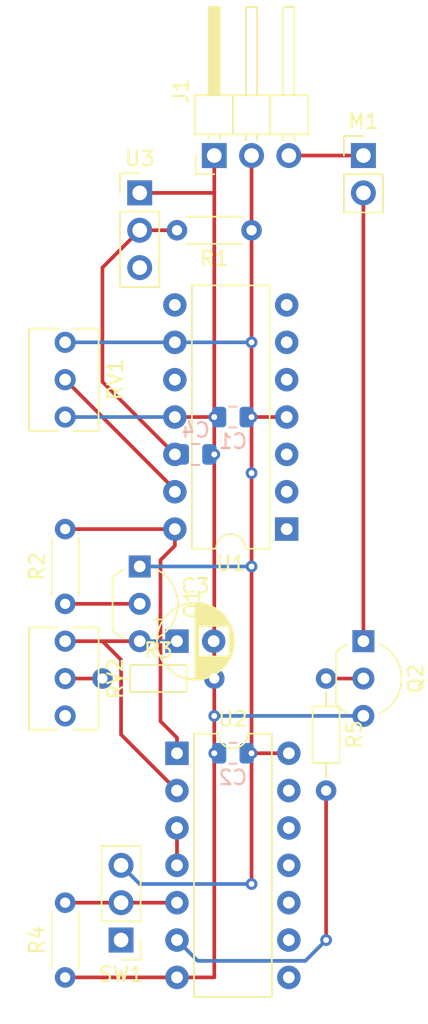
<source format=kicad_pcb>
(kicad_pcb (version 20171130) (host pcbnew "(5.0.0)")

  (general
    (thickness 1.6)
    (drawings 0)
    (tracks 74)
    (zones 0)
    (modules 19)
    (nets 20)
  )

  (page A4)
  (title_block
    (title "operational-fanifier – This blows!")
    (date 2019-02-24)
    (rev 0.1.0)
    (company nabijaczleweli)
  )

  (layers
    (0 F.Cu signal)
    (31 B.Cu signal)
    (32 B.Adhes user)
    (33 F.Adhes user)
    (34 B.Paste user)
    (35 F.Paste user)
    (36 B.SilkS user)
    (37 F.SilkS user)
    (38 B.Mask user)
    (39 F.Mask user)
    (40 Dwgs.User user)
    (41 Cmts.User user)
    (42 Eco1.User user)
    (43 Eco2.User user)
    (44 Edge.Cuts user)
    (45 Margin user)
    (46 B.CrtYd user)
    (47 F.CrtYd user)
    (48 B.Fab user)
    (49 F.Fab user)
  )

  (setup
    (last_trace_width 0.25)
    (trace_clearance 0.2)
    (zone_clearance 0.508)
    (zone_45_only no)
    (trace_min 0.2)
    (segment_width 0.2)
    (edge_width 0.15)
    (via_size 0.8)
    (via_drill 0.4)
    (via_min_size 0.4)
    (via_min_drill 0.3)
    (uvia_size 0.3)
    (uvia_drill 0.1)
    (uvias_allowed no)
    (uvia_min_size 0.2)
    (uvia_min_drill 0.1)
    (pcb_text_width 0.3)
    (pcb_text_size 1.5 1.5)
    (mod_edge_width 0.15)
    (mod_text_size 1 1)
    (mod_text_width 0.15)
    (pad_size 1.15 1.4)
    (pad_drill 0)
    (pad_to_mask_clearance 0.2)
    (aux_axis_origin 0 0)
    (visible_elements 7FFFFFFF)
    (pcbplotparams
      (layerselection 0x010fc_ffffffff)
      (usegerberextensions false)
      (usegerberattributes false)
      (usegerberadvancedattributes false)
      (creategerberjobfile false)
      (excludeedgelayer true)
      (linewidth 0.100000)
      (plotframeref false)
      (viasonmask false)
      (mode 1)
      (useauxorigin false)
      (hpglpennumber 1)
      (hpglpenspeed 20)
      (hpglpendiameter 15.000000)
      (psnegative false)
      (psa4output false)
      (plotreference true)
      (plotvalue true)
      (plotinvisibletext false)
      (padsonsilk false)
      (subtractmaskfromsilk false)
      (outputformat 1)
      (mirror false)
      (drillshape 1)
      (scaleselection 1)
      (outputdirectory "p:/Embedded/operational-fanifier/pictures/"))
  )

  (net 0 "")
  (net 1 "Net-(C3-Pad1)")
  (net 2 GND)
  (net 3 "Net-(Q1-Pad2)")
  (net 4 +5V)
  (net 5 +12V)
  (net 6 "Net-(Q2-Pad2)")
  (net 7 "Net-(R2-Pad2)")
  (net 8 "Net-(R3-Pad1)")
  (net 9 "Net-(R4-Pad2)")
  (net 10 "Net-(R5-Pad2)")
  (net 11 "Net-(RV1-Pad2)")
  (net 12 "Net-(RV2-Pad1)")
  (net 13 "Net-(SW1-Pad1)")
  (net 14 "Net-(U2-Pad3)")
  (net 15 "Net-(U3-Pad3)")
  (net 16 "Net-(C4-Pad2)")
  (net 17 "Net-(U1-Pad8)")
  (net 18 "Net-(U1-Pad10)")
  (net 19 "Net-(M1-Pad2)")

  (net_class Default "This is the default net class."
    (clearance 0.2)
    (trace_width 0.25)
    (via_dia 0.8)
    (via_drill 0.4)
    (uvia_dia 0.3)
    (uvia_drill 0.1)
    (add_net +12V)
    (add_net +5V)
    (add_net GND)
    (add_net "Net-(C3-Pad1)")
    (add_net "Net-(C4-Pad2)")
    (add_net "Net-(M1-Pad2)")
    (add_net "Net-(Q1-Pad2)")
    (add_net "Net-(Q2-Pad2)")
    (add_net "Net-(R2-Pad2)")
    (add_net "Net-(R3-Pad1)")
    (add_net "Net-(R4-Pad2)")
    (add_net "Net-(R5-Pad2)")
    (add_net "Net-(RV1-Pad2)")
    (add_net "Net-(RV2-Pad1)")
    (add_net "Net-(SW1-Pad1)")
    (add_net "Net-(U1-Pad10)")
    (add_net "Net-(U1-Pad8)")
    (add_net "Net-(U2-Pad3)")
    (add_net "Net-(U3-Pad3)")
  )

  (module Package_TO_SOT_THT:TO-92_Inline_Wide (layer F.Cu) (tedit 5A02FF81) (tstamp 5C7992F9)
    (at 158.75 58.42 270)
    (descr "TO-92 leads in-line, wide, drill 0.75mm (see NXP sot054_po.pdf)")
    (tags "to-92 sc-43 sc-43a sot54 PA33 transistor")
    (path /5C6E3FE9)
    (fp_text reference Q2 (at 2.54 -3.56 270) (layer F.SilkS)
      (effects (font (size 1 1) (thickness 0.15)))
    )
    (fp_text value BC337 (at 2.54 2.79 270) (layer F.Fab)
      (effects (font (size 1 1) (thickness 0.15)))
    )
    (fp_arc (start 2.54 0) (end 4.34 1.85) (angle -20) (layer F.SilkS) (width 0.12))
    (fp_arc (start 2.54 0) (end 2.54 -2.48) (angle -135) (layer F.Fab) (width 0.1))
    (fp_arc (start 2.54 0) (end 2.54 -2.48) (angle 135) (layer F.Fab) (width 0.1))
    (fp_arc (start 2.54 0) (end 2.54 -2.6) (angle 65) (layer F.SilkS) (width 0.12))
    (fp_arc (start 2.54 0) (end 2.54 -2.6) (angle -65) (layer F.SilkS) (width 0.12))
    (fp_arc (start 2.54 0) (end 0.74 1.85) (angle 20) (layer F.SilkS) (width 0.12))
    (fp_line (start 6.09 2.01) (end -1.01 2.01) (layer F.CrtYd) (width 0.05))
    (fp_line (start 6.09 2.01) (end 6.09 -2.73) (layer F.CrtYd) (width 0.05))
    (fp_line (start -1.01 -2.73) (end -1.01 2.01) (layer F.CrtYd) (width 0.05))
    (fp_line (start -1.01 -2.73) (end 6.09 -2.73) (layer F.CrtYd) (width 0.05))
    (fp_line (start 0.8 1.75) (end 4.3 1.75) (layer F.Fab) (width 0.1))
    (fp_line (start 0.74 1.85) (end 4.34 1.85) (layer F.SilkS) (width 0.12))
    (fp_text user %R (at 2.54 -3.56 270) (layer F.Fab)
      (effects (font (size 1 1) (thickness 0.15)))
    )
    (pad 1 thru_hole rect (at 0 0) (size 1.5 1.5) (drill 0.8) (layers *.Cu *.Mask)
      (net 19 "Net-(M1-Pad2)"))
    (pad 3 thru_hole circle (at 5.08 0) (size 1.5 1.5) (drill 0.8) (layers *.Cu *.Mask)
      (net 2 GND))
    (pad 2 thru_hole circle (at 2.54 0) (size 1.5 1.5) (drill 0.8) (layers *.Cu *.Mask)
      (net 6 "Net-(Q2-Pad2)"))
    (model ${KISYS3DMOD}/Package_TO_SOT_THT.3dshapes/TO-92_Inline_Wide.wrl
      (at (xyz 0 0 0))
      (scale (xyz 1 1 1))
      (rotate (xyz 0 0 0))
    )
  )

  (module Package_DIP:DIP-14_W7.62mm (layer F.Cu) (tedit 5A02E8C5) (tstamp 5C8A16C7)
    (at 146.05 66.04)
    (descr "14-lead though-hole mounted DIP package, row spacing 7.62 mm (300 mils)")
    (tags "THT DIP DIL PDIP 2.54mm 7.62mm 300mil")
    (path /5C6DFAFB)
    (fp_text reference U2 (at 3.81 -2.33) (layer F.SilkS)
      (effects (font (size 1 1) (thickness 0.15)))
    )
    (fp_text value 74HC32 (at 3.81 17.57) (layer F.Fab)
      (effects (font (size 1 1) (thickness 0.15)))
    )
    (fp_text user %R (at 3.81 7.62) (layer F.Fab)
      (effects (font (size 1 1) (thickness 0.15)))
    )
    (fp_line (start 8.7 -1.55) (end -1.1 -1.55) (layer F.CrtYd) (width 0.05))
    (fp_line (start 8.7 16.8) (end 8.7 -1.55) (layer F.CrtYd) (width 0.05))
    (fp_line (start -1.1 16.8) (end 8.7 16.8) (layer F.CrtYd) (width 0.05))
    (fp_line (start -1.1 -1.55) (end -1.1 16.8) (layer F.CrtYd) (width 0.05))
    (fp_line (start 6.46 -1.33) (end 4.81 -1.33) (layer F.SilkS) (width 0.12))
    (fp_line (start 6.46 16.57) (end 6.46 -1.33) (layer F.SilkS) (width 0.12))
    (fp_line (start 1.16 16.57) (end 6.46 16.57) (layer F.SilkS) (width 0.12))
    (fp_line (start 1.16 -1.33) (end 1.16 16.57) (layer F.SilkS) (width 0.12))
    (fp_line (start 2.81 -1.33) (end 1.16 -1.33) (layer F.SilkS) (width 0.12))
    (fp_line (start 0.635 -0.27) (end 1.635 -1.27) (layer F.Fab) (width 0.1))
    (fp_line (start 0.635 16.51) (end 0.635 -0.27) (layer F.Fab) (width 0.1))
    (fp_line (start 6.985 16.51) (end 0.635 16.51) (layer F.Fab) (width 0.1))
    (fp_line (start 6.985 -1.27) (end 6.985 16.51) (layer F.Fab) (width 0.1))
    (fp_line (start 1.635 -1.27) (end 6.985 -1.27) (layer F.Fab) (width 0.1))
    (fp_arc (start 3.81 -1.33) (end 2.81 -1.33) (angle -180) (layer F.SilkS) (width 0.12))
    (pad 14 thru_hole oval (at 7.62 0) (size 1.6 1.6) (drill 0.8) (layers *.Cu *.Mask)
      (net 4 +5V))
    (pad 7 thru_hole oval (at 0 15.24) (size 1.6 1.6) (drill 0.8) (layers *.Cu *.Mask)
      (net 2 GND))
    (pad 13 thru_hole oval (at 7.62 2.54) (size 1.6 1.6) (drill 0.8) (layers *.Cu *.Mask))
    (pad 6 thru_hole oval (at 0 12.7) (size 1.6 1.6) (drill 0.8) (layers *.Cu *.Mask)
      (net 10 "Net-(R5-Pad2)"))
    (pad 12 thru_hole oval (at 7.62 5.08) (size 1.6 1.6) (drill 0.8) (layers *.Cu *.Mask))
    (pad 5 thru_hole oval (at 0 10.16) (size 1.6 1.6) (drill 0.8) (layers *.Cu *.Mask)
      (net 9 "Net-(R4-Pad2)"))
    (pad 11 thru_hole oval (at 7.62 7.62) (size 1.6 1.6) (drill 0.8) (layers *.Cu *.Mask))
    (pad 4 thru_hole oval (at 0 7.62) (size 1.6 1.6) (drill 0.8) (layers *.Cu *.Mask)
      (net 14 "Net-(U2-Pad3)"))
    (pad 10 thru_hole oval (at 7.62 10.16) (size 1.6 1.6) (drill 0.8) (layers *.Cu *.Mask))
    (pad 3 thru_hole oval (at 0 5.08) (size 1.6 1.6) (drill 0.8) (layers *.Cu *.Mask)
      (net 14 "Net-(U2-Pad3)"))
    (pad 9 thru_hole oval (at 7.62 12.7) (size 1.6 1.6) (drill 0.8) (layers *.Cu *.Mask))
    (pad 2 thru_hole oval (at 0 2.54) (size 1.6 1.6) (drill 0.8) (layers *.Cu *.Mask)
      (net 1 "Net-(C3-Pad1)"))
    (pad 8 thru_hole oval (at 7.62 15.24) (size 1.6 1.6) (drill 0.8) (layers *.Cu *.Mask))
    (pad 1 thru_hole rect (at 0 0) (size 1.6 1.6) (drill 0.8) (layers *.Cu *.Mask)
      (net 7 "Net-(R2-Pad2)"))
    (model ${KISYS3DMOD}/Package_DIP.3dshapes/DIP-14_W7.62mm.wrl
      (at (xyz 0 0 0))
      (scale (xyz 1 1 1))
      (rotate (xyz 0 0 0))
    )
  )

  (module Resistor_THT:R_Axial_DIN0204_L3.6mm_D1.6mm_P7.62mm_Horizontal (layer F.Cu) (tedit 5AE5139B) (tstamp 5C89CF42)
    (at 140.97 60.96)
    (descr "Resistor, Axial_DIN0204 series, Axial, Horizontal, pin pitch=7.62mm, 0.167W, length*diameter=3.6*1.6mm^2, http://cdn-reichelt.de/documents/datenblatt/B400/1_4W%23YAG.pdf")
    (tags "Resistor Axial_DIN0204 series Axial Horizontal pin pitch 7.62mm 0.167W length 3.6mm diameter 1.6mm")
    (path /5C6DE5D4)
    (fp_text reference R3 (at 3.81 -1.92) (layer F.SilkS)
      (effects (font (size 1 1) (thickness 0.15)))
    )
    (fp_text value 100k (at 3.81 1.92) (layer F.Fab)
      (effects (font (size 1 1) (thickness 0.15)))
    )
    (fp_text user %R (at 3.81 0) (layer F.Fab)
      (effects (font (size 0.72 0.72) (thickness 0.108)))
    )
    (fp_line (start 8.57 -1.05) (end -0.95 -1.05) (layer F.CrtYd) (width 0.05))
    (fp_line (start 8.57 1.05) (end 8.57 -1.05) (layer F.CrtYd) (width 0.05))
    (fp_line (start -0.95 1.05) (end 8.57 1.05) (layer F.CrtYd) (width 0.05))
    (fp_line (start -0.95 -1.05) (end -0.95 1.05) (layer F.CrtYd) (width 0.05))
    (fp_line (start 6.68 0) (end 5.73 0) (layer F.SilkS) (width 0.12))
    (fp_line (start 0.94 0) (end 1.89 0) (layer F.SilkS) (width 0.12))
    (fp_line (start 5.73 -0.92) (end 1.89 -0.92) (layer F.SilkS) (width 0.12))
    (fp_line (start 5.73 0.92) (end 5.73 -0.92) (layer F.SilkS) (width 0.12))
    (fp_line (start 1.89 0.92) (end 5.73 0.92) (layer F.SilkS) (width 0.12))
    (fp_line (start 1.89 -0.92) (end 1.89 0.92) (layer F.SilkS) (width 0.12))
    (fp_line (start 7.62 0) (end 5.61 0) (layer F.Fab) (width 0.1))
    (fp_line (start 0 0) (end 2.01 0) (layer F.Fab) (width 0.1))
    (fp_line (start 5.61 -0.8) (end 2.01 -0.8) (layer F.Fab) (width 0.1))
    (fp_line (start 5.61 0.8) (end 5.61 -0.8) (layer F.Fab) (width 0.1))
    (fp_line (start 2.01 0.8) (end 5.61 0.8) (layer F.Fab) (width 0.1))
    (fp_line (start 2.01 -0.8) (end 2.01 0.8) (layer F.Fab) (width 0.1))
    (pad 2 thru_hole oval (at 7.62 0) (size 1.4 1.4) (drill 0.7) (layers *.Cu *.Mask)
      (net 2 GND))
    (pad 1 thru_hole circle (at 0 0) (size 1.4 1.4) (drill 0.7) (layers *.Cu *.Mask)
      (net 8 "Net-(R3-Pad1)"))
    (model ${KISYS3DMOD}/Resistor_THT.3dshapes/R_Axial_DIN0204_L3.6mm_D1.6mm_P7.62mm_Horizontal.wrl
      (at (xyz 0 0 0))
      (scale (xyz 1 1 1))
      (rotate (xyz 0 0 0))
    )
  )

  (module Potentiometer_THT:Potentiometer_Bourns_3266Y_Vertical (layer F.Cu) (tedit 5A3D4994) (tstamp 5C89CF81)
    (at 138.43 43.18 270)
    (descr "Potentiometer, vertical, Bourns 3266Y, https://www.bourns.com/docs/Product-Datasheets/3266.pdf")
    (tags "Potentiometer vertical Bourns 3266Y")
    (path /5C6DCFDB)
    (fp_text reference RV1 (at -2.54 -3.41 270) (layer F.SilkS)
      (effects (font (size 1 1) (thickness 0.15)))
    )
    (fp_text value 5kR_POT (at -2.54 3.59 270) (layer F.Fab)
      (effects (font (size 1 1) (thickness 0.15)))
    )
    (fp_circle (center -0.405 1.07) (end 0.485 1.07) (layer F.Fab) (width 0.1))
    (fp_line (start -5.895 -2.16) (end -5.895 2.34) (layer F.Fab) (width 0.1))
    (fp_line (start -5.895 2.34) (end 0.815 2.34) (layer F.Fab) (width 0.1))
    (fp_line (start 0.815 2.34) (end 0.815 -2.16) (layer F.Fab) (width 0.1))
    (fp_line (start 0.815 -2.16) (end -5.895 -2.16) (layer F.Fab) (width 0.1))
    (fp_line (start -0.405 1.952) (end -0.404 0.189) (layer F.Fab) (width 0.1))
    (fp_line (start -0.405 1.952) (end -0.404 0.189) (layer F.Fab) (width 0.1))
    (fp_line (start -6.015 -2.28) (end 0.935 -2.28) (layer F.SilkS) (width 0.12))
    (fp_line (start -6.015 2.46) (end 0.935 2.46) (layer F.SilkS) (width 0.12))
    (fp_line (start -6.015 -2.28) (end -6.015 -0.494) (layer F.SilkS) (width 0.12))
    (fp_line (start -6.015 0.496) (end -6.015 2.46) (layer F.SilkS) (width 0.12))
    (fp_line (start 0.935 -2.28) (end 0.935 -0.494) (layer F.SilkS) (width 0.12))
    (fp_line (start 0.935 0.496) (end 0.935 2.46) (layer F.SilkS) (width 0.12))
    (fp_line (start -6.15 -2.45) (end -6.15 2.6) (layer F.CrtYd) (width 0.05))
    (fp_line (start -6.15 2.6) (end 1.1 2.6) (layer F.CrtYd) (width 0.05))
    (fp_line (start 1.1 2.6) (end 1.1 -2.45) (layer F.CrtYd) (width 0.05))
    (fp_line (start 1.1 -2.45) (end -6.15 -2.45) (layer F.CrtYd) (width 0.05))
    (fp_text user %R (at -3.15 0.09 270) (layer F.Fab)
      (effects (font (size 0.92 0.92) (thickness 0.15)))
    )
    (pad 1 thru_hole circle (at 0 0 270) (size 1.44 1.44) (drill 0.8) (layers *.Cu *.Mask)
      (net 2 GND))
    (pad 2 thru_hole circle (at -2.54 0 270) (size 1.44 1.44) (drill 0.8) (layers *.Cu *.Mask)
      (net 11 "Net-(RV1-Pad2)"))
    (pad 3 thru_hole circle (at -5.08 0 270) (size 1.44 1.44) (drill 0.8) (layers *.Cu *.Mask)
      (net 4 +5V))
    (model ${KISYS3DMOD}/Potentiometer_THT.3dshapes/Potentiometer_Bourns_3266Y_Vertical.wrl
      (at (xyz 0 0 0))
      (scale (xyz 1 1 1))
      (rotate (xyz 0 0 0))
    )
    (model D:/Programy/Elekpstronika/KiCad/share/kicad/modules/packages3d/Potentiometers.3dshapes/Potentiometer_Trimmer_Bourns_3296W.wrl
      (offset (xyz 0 0 -0.5))
      (scale (xyz 1 1 1))
      (rotate (xyz 0 0 -90))
    )
  )

  (module Package_TO_SOT_THT:TO-92_Inline_Wide (layer F.Cu) (tedit 5A02FF81) (tstamp 5C89CEF7)
    (at 143.51 53.34 270)
    (descr "TO-92 leads in-line, wide, drill 0.75mm (see NXP sot054_po.pdf)")
    (tags "to-92 sc-43 sc-43a sot54 PA33 transistor")
    (path /5C6DD6B6)
    (fp_text reference Q1 (at 2.54 -3.56 270) (layer F.SilkS)
      (effects (font (size 1 1) (thickness 0.15)))
    )
    (fp_text value BC337 (at 2.54 2.79 270) (layer F.Fab)
      (effects (font (size 1 1) (thickness 0.15)))
    )
    (fp_arc (start 2.54 0) (end 4.34 1.85) (angle -20) (layer F.SilkS) (width 0.12))
    (fp_arc (start 2.54 0) (end 2.54 -2.48) (angle -135) (layer F.Fab) (width 0.1))
    (fp_arc (start 2.54 0) (end 2.54 -2.48) (angle 135) (layer F.Fab) (width 0.1))
    (fp_arc (start 2.54 0) (end 2.54 -2.6) (angle 65) (layer F.SilkS) (width 0.12))
    (fp_arc (start 2.54 0) (end 2.54 -2.6) (angle -65) (layer F.SilkS) (width 0.12))
    (fp_arc (start 2.54 0) (end 0.74 1.85) (angle 20) (layer F.SilkS) (width 0.12))
    (fp_line (start 6.09 2.01) (end -1.01 2.01) (layer F.CrtYd) (width 0.05))
    (fp_line (start 6.09 2.01) (end 6.09 -2.73) (layer F.CrtYd) (width 0.05))
    (fp_line (start -1.01 -2.73) (end -1.01 2.01) (layer F.CrtYd) (width 0.05))
    (fp_line (start -1.01 -2.73) (end 6.09 -2.73) (layer F.CrtYd) (width 0.05))
    (fp_line (start 0.8 1.75) (end 4.3 1.75) (layer F.Fab) (width 0.1))
    (fp_line (start 0.74 1.85) (end 4.34 1.85) (layer F.SilkS) (width 0.12))
    (fp_text user %R (at 2.54 -3.56 270) (layer F.Fab)
      (effects (font (size 1 1) (thickness 0.15)))
    )
    (pad 1 thru_hole rect (at 0 0) (size 1.5 1.5) (drill 0.8) (layers *.Cu *.Mask)
      (net 4 +5V))
    (pad 3 thru_hole circle (at 5.08 0) (size 1.5 1.5) (drill 0.8) (layers *.Cu *.Mask)
      (net 1 "Net-(C3-Pad1)"))
    (pad 2 thru_hole circle (at 2.54 0) (size 1.5 1.5) (drill 0.8) (layers *.Cu *.Mask)
      (net 3 "Net-(Q1-Pad2)"))
    (model ${KISYS3DMOD}/Package_TO_SOT_THT.3dshapes/TO-92_Inline_Wide.wrl
      (at (xyz 0 0 0))
      (scale (xyz 1 1 1))
      (rotate (xyz 0 0 0))
    )
  )

  (module Connector_PinHeader_2.54mm:PinHeader_1x03_P2.54mm_Vertical (layer F.Cu) (tedit 59FED5CC) (tstamp 5C89D00C)
    (at 143.51 27.94)
    (descr "Through hole straight pin header, 1x03, 2.54mm pitch, single row")
    (tags "Through hole pin header THT 1x03 2.54mm single row")
    (path /5C6D4016)
    (fp_text reference U3 (at 0 -2.33) (layer F.SilkS)
      (effects (font (size 1 1) (thickness 0.15)))
    )
    (fp_text value LM335Z (at 0 7.41) (layer F.Fab)
      (effects (font (size 1 1) (thickness 0.15)))
    )
    (fp_text user %R (at 0 2.54 90) (layer F.Fab)
      (effects (font (size 1 1) (thickness 0.15)))
    )
    (fp_line (start 1.8 -1.8) (end -1.8 -1.8) (layer F.CrtYd) (width 0.05))
    (fp_line (start 1.8 6.85) (end 1.8 -1.8) (layer F.CrtYd) (width 0.05))
    (fp_line (start -1.8 6.85) (end 1.8 6.85) (layer F.CrtYd) (width 0.05))
    (fp_line (start -1.8 -1.8) (end -1.8 6.85) (layer F.CrtYd) (width 0.05))
    (fp_line (start -1.33 -1.33) (end 0 -1.33) (layer F.SilkS) (width 0.12))
    (fp_line (start -1.33 0) (end -1.33 -1.33) (layer F.SilkS) (width 0.12))
    (fp_line (start -1.33 1.27) (end 1.33 1.27) (layer F.SilkS) (width 0.12))
    (fp_line (start 1.33 1.27) (end 1.33 6.41) (layer F.SilkS) (width 0.12))
    (fp_line (start -1.33 1.27) (end -1.33 6.41) (layer F.SilkS) (width 0.12))
    (fp_line (start -1.33 6.41) (end 1.33 6.41) (layer F.SilkS) (width 0.12))
    (fp_line (start -1.27 -0.635) (end -0.635 -1.27) (layer F.Fab) (width 0.1))
    (fp_line (start -1.27 6.35) (end -1.27 -0.635) (layer F.Fab) (width 0.1))
    (fp_line (start 1.27 6.35) (end -1.27 6.35) (layer F.Fab) (width 0.1))
    (fp_line (start 1.27 -1.27) (end 1.27 6.35) (layer F.Fab) (width 0.1))
    (fp_line (start -0.635 -1.27) (end 1.27 -1.27) (layer F.Fab) (width 0.1))
    (pad 3 thru_hole oval (at 0 5.08) (size 1.7 1.7) (drill 1) (layers *.Cu *.Mask)
      (net 15 "Net-(U3-Pad3)"))
    (pad 2 thru_hole oval (at 0 2.54) (size 1.7 1.7) (drill 1) (layers *.Cu *.Mask)
      (net 16 "Net-(C4-Pad2)"))
    (pad 1 thru_hole rect (at 0 0) (size 1.7 1.7) (drill 1) (layers *.Cu *.Mask)
      (net 2 GND))
    (model ${KISYS3DMOD}/Connector_PinHeader_2.54mm.3dshapes/PinHeader_1x03_P2.54mm_Vertical.wrl
      (at (xyz 0 0 0))
      (scale (xyz 1 1 1))
      (rotate (xyz 0 0 0))
    )
  )

  (module Capacitor_THT:CP_Radial_D5.0mm_P2.50mm (layer F.Cu) (tedit 5AE50EF0) (tstamp 5C89CEB5)
    (at 146.05 58.42)
    (descr "CP, Radial series, Radial, pin pitch=2.50mm, , diameter=5mm, Electrolytic Capacitor")
    (tags "CP Radial series Radial pin pitch 2.50mm  diameter 5mm Electrolytic Capacitor")
    (path /5C6DD9FD)
    (fp_text reference C3 (at 1.25 -3.75) (layer F.SilkS)
      (effects (font (size 1 1) (thickness 0.15)))
    )
    (fp_text value 33µF (at 1.25 3.75) (layer F.Fab)
      (effects (font (size 1 1) (thickness 0.15)))
    )
    (fp_circle (center 1.25 0) (end 3.75 0) (layer F.Fab) (width 0.1))
    (fp_circle (center 1.25 0) (end 3.87 0) (layer F.SilkS) (width 0.12))
    (fp_circle (center 1.25 0) (end 4 0) (layer F.CrtYd) (width 0.05))
    (fp_line (start -0.883605 -1.0875) (end -0.383605 -1.0875) (layer F.Fab) (width 0.1))
    (fp_line (start -0.633605 -1.3375) (end -0.633605 -0.8375) (layer F.Fab) (width 0.1))
    (fp_line (start 1.25 -2.58) (end 1.25 2.58) (layer F.SilkS) (width 0.12))
    (fp_line (start 1.29 -2.58) (end 1.29 2.58) (layer F.SilkS) (width 0.12))
    (fp_line (start 1.33 -2.579) (end 1.33 2.579) (layer F.SilkS) (width 0.12))
    (fp_line (start 1.37 -2.578) (end 1.37 2.578) (layer F.SilkS) (width 0.12))
    (fp_line (start 1.41 -2.576) (end 1.41 2.576) (layer F.SilkS) (width 0.12))
    (fp_line (start 1.45 -2.573) (end 1.45 2.573) (layer F.SilkS) (width 0.12))
    (fp_line (start 1.49 -2.569) (end 1.49 -1.04) (layer F.SilkS) (width 0.12))
    (fp_line (start 1.49 1.04) (end 1.49 2.569) (layer F.SilkS) (width 0.12))
    (fp_line (start 1.53 -2.565) (end 1.53 -1.04) (layer F.SilkS) (width 0.12))
    (fp_line (start 1.53 1.04) (end 1.53 2.565) (layer F.SilkS) (width 0.12))
    (fp_line (start 1.57 -2.561) (end 1.57 -1.04) (layer F.SilkS) (width 0.12))
    (fp_line (start 1.57 1.04) (end 1.57 2.561) (layer F.SilkS) (width 0.12))
    (fp_line (start 1.61 -2.556) (end 1.61 -1.04) (layer F.SilkS) (width 0.12))
    (fp_line (start 1.61 1.04) (end 1.61 2.556) (layer F.SilkS) (width 0.12))
    (fp_line (start 1.65 -2.55) (end 1.65 -1.04) (layer F.SilkS) (width 0.12))
    (fp_line (start 1.65 1.04) (end 1.65 2.55) (layer F.SilkS) (width 0.12))
    (fp_line (start 1.69 -2.543) (end 1.69 -1.04) (layer F.SilkS) (width 0.12))
    (fp_line (start 1.69 1.04) (end 1.69 2.543) (layer F.SilkS) (width 0.12))
    (fp_line (start 1.73 -2.536) (end 1.73 -1.04) (layer F.SilkS) (width 0.12))
    (fp_line (start 1.73 1.04) (end 1.73 2.536) (layer F.SilkS) (width 0.12))
    (fp_line (start 1.77 -2.528) (end 1.77 -1.04) (layer F.SilkS) (width 0.12))
    (fp_line (start 1.77 1.04) (end 1.77 2.528) (layer F.SilkS) (width 0.12))
    (fp_line (start 1.81 -2.52) (end 1.81 -1.04) (layer F.SilkS) (width 0.12))
    (fp_line (start 1.81 1.04) (end 1.81 2.52) (layer F.SilkS) (width 0.12))
    (fp_line (start 1.85 -2.511) (end 1.85 -1.04) (layer F.SilkS) (width 0.12))
    (fp_line (start 1.85 1.04) (end 1.85 2.511) (layer F.SilkS) (width 0.12))
    (fp_line (start 1.89 -2.501) (end 1.89 -1.04) (layer F.SilkS) (width 0.12))
    (fp_line (start 1.89 1.04) (end 1.89 2.501) (layer F.SilkS) (width 0.12))
    (fp_line (start 1.93 -2.491) (end 1.93 -1.04) (layer F.SilkS) (width 0.12))
    (fp_line (start 1.93 1.04) (end 1.93 2.491) (layer F.SilkS) (width 0.12))
    (fp_line (start 1.971 -2.48) (end 1.971 -1.04) (layer F.SilkS) (width 0.12))
    (fp_line (start 1.971 1.04) (end 1.971 2.48) (layer F.SilkS) (width 0.12))
    (fp_line (start 2.011 -2.468) (end 2.011 -1.04) (layer F.SilkS) (width 0.12))
    (fp_line (start 2.011 1.04) (end 2.011 2.468) (layer F.SilkS) (width 0.12))
    (fp_line (start 2.051 -2.455) (end 2.051 -1.04) (layer F.SilkS) (width 0.12))
    (fp_line (start 2.051 1.04) (end 2.051 2.455) (layer F.SilkS) (width 0.12))
    (fp_line (start 2.091 -2.442) (end 2.091 -1.04) (layer F.SilkS) (width 0.12))
    (fp_line (start 2.091 1.04) (end 2.091 2.442) (layer F.SilkS) (width 0.12))
    (fp_line (start 2.131 -2.428) (end 2.131 -1.04) (layer F.SilkS) (width 0.12))
    (fp_line (start 2.131 1.04) (end 2.131 2.428) (layer F.SilkS) (width 0.12))
    (fp_line (start 2.171 -2.414) (end 2.171 -1.04) (layer F.SilkS) (width 0.12))
    (fp_line (start 2.171 1.04) (end 2.171 2.414) (layer F.SilkS) (width 0.12))
    (fp_line (start 2.211 -2.398) (end 2.211 -1.04) (layer F.SilkS) (width 0.12))
    (fp_line (start 2.211 1.04) (end 2.211 2.398) (layer F.SilkS) (width 0.12))
    (fp_line (start 2.251 -2.382) (end 2.251 -1.04) (layer F.SilkS) (width 0.12))
    (fp_line (start 2.251 1.04) (end 2.251 2.382) (layer F.SilkS) (width 0.12))
    (fp_line (start 2.291 -2.365) (end 2.291 -1.04) (layer F.SilkS) (width 0.12))
    (fp_line (start 2.291 1.04) (end 2.291 2.365) (layer F.SilkS) (width 0.12))
    (fp_line (start 2.331 -2.348) (end 2.331 -1.04) (layer F.SilkS) (width 0.12))
    (fp_line (start 2.331 1.04) (end 2.331 2.348) (layer F.SilkS) (width 0.12))
    (fp_line (start 2.371 -2.329) (end 2.371 -1.04) (layer F.SilkS) (width 0.12))
    (fp_line (start 2.371 1.04) (end 2.371 2.329) (layer F.SilkS) (width 0.12))
    (fp_line (start 2.411 -2.31) (end 2.411 -1.04) (layer F.SilkS) (width 0.12))
    (fp_line (start 2.411 1.04) (end 2.411 2.31) (layer F.SilkS) (width 0.12))
    (fp_line (start 2.451 -2.29) (end 2.451 -1.04) (layer F.SilkS) (width 0.12))
    (fp_line (start 2.451 1.04) (end 2.451 2.29) (layer F.SilkS) (width 0.12))
    (fp_line (start 2.491 -2.268) (end 2.491 -1.04) (layer F.SilkS) (width 0.12))
    (fp_line (start 2.491 1.04) (end 2.491 2.268) (layer F.SilkS) (width 0.12))
    (fp_line (start 2.531 -2.247) (end 2.531 -1.04) (layer F.SilkS) (width 0.12))
    (fp_line (start 2.531 1.04) (end 2.531 2.247) (layer F.SilkS) (width 0.12))
    (fp_line (start 2.571 -2.224) (end 2.571 -1.04) (layer F.SilkS) (width 0.12))
    (fp_line (start 2.571 1.04) (end 2.571 2.224) (layer F.SilkS) (width 0.12))
    (fp_line (start 2.611 -2.2) (end 2.611 -1.04) (layer F.SilkS) (width 0.12))
    (fp_line (start 2.611 1.04) (end 2.611 2.2) (layer F.SilkS) (width 0.12))
    (fp_line (start 2.651 -2.175) (end 2.651 -1.04) (layer F.SilkS) (width 0.12))
    (fp_line (start 2.651 1.04) (end 2.651 2.175) (layer F.SilkS) (width 0.12))
    (fp_line (start 2.691 -2.149) (end 2.691 -1.04) (layer F.SilkS) (width 0.12))
    (fp_line (start 2.691 1.04) (end 2.691 2.149) (layer F.SilkS) (width 0.12))
    (fp_line (start 2.731 -2.122) (end 2.731 -1.04) (layer F.SilkS) (width 0.12))
    (fp_line (start 2.731 1.04) (end 2.731 2.122) (layer F.SilkS) (width 0.12))
    (fp_line (start 2.771 -2.095) (end 2.771 -1.04) (layer F.SilkS) (width 0.12))
    (fp_line (start 2.771 1.04) (end 2.771 2.095) (layer F.SilkS) (width 0.12))
    (fp_line (start 2.811 -2.065) (end 2.811 -1.04) (layer F.SilkS) (width 0.12))
    (fp_line (start 2.811 1.04) (end 2.811 2.065) (layer F.SilkS) (width 0.12))
    (fp_line (start 2.851 -2.035) (end 2.851 -1.04) (layer F.SilkS) (width 0.12))
    (fp_line (start 2.851 1.04) (end 2.851 2.035) (layer F.SilkS) (width 0.12))
    (fp_line (start 2.891 -2.004) (end 2.891 -1.04) (layer F.SilkS) (width 0.12))
    (fp_line (start 2.891 1.04) (end 2.891 2.004) (layer F.SilkS) (width 0.12))
    (fp_line (start 2.931 -1.971) (end 2.931 -1.04) (layer F.SilkS) (width 0.12))
    (fp_line (start 2.931 1.04) (end 2.931 1.971) (layer F.SilkS) (width 0.12))
    (fp_line (start 2.971 -1.937) (end 2.971 -1.04) (layer F.SilkS) (width 0.12))
    (fp_line (start 2.971 1.04) (end 2.971 1.937) (layer F.SilkS) (width 0.12))
    (fp_line (start 3.011 -1.901) (end 3.011 -1.04) (layer F.SilkS) (width 0.12))
    (fp_line (start 3.011 1.04) (end 3.011 1.901) (layer F.SilkS) (width 0.12))
    (fp_line (start 3.051 -1.864) (end 3.051 -1.04) (layer F.SilkS) (width 0.12))
    (fp_line (start 3.051 1.04) (end 3.051 1.864) (layer F.SilkS) (width 0.12))
    (fp_line (start 3.091 -1.826) (end 3.091 -1.04) (layer F.SilkS) (width 0.12))
    (fp_line (start 3.091 1.04) (end 3.091 1.826) (layer F.SilkS) (width 0.12))
    (fp_line (start 3.131 -1.785) (end 3.131 -1.04) (layer F.SilkS) (width 0.12))
    (fp_line (start 3.131 1.04) (end 3.131 1.785) (layer F.SilkS) (width 0.12))
    (fp_line (start 3.171 -1.743) (end 3.171 -1.04) (layer F.SilkS) (width 0.12))
    (fp_line (start 3.171 1.04) (end 3.171 1.743) (layer F.SilkS) (width 0.12))
    (fp_line (start 3.211 -1.699) (end 3.211 -1.04) (layer F.SilkS) (width 0.12))
    (fp_line (start 3.211 1.04) (end 3.211 1.699) (layer F.SilkS) (width 0.12))
    (fp_line (start 3.251 -1.653) (end 3.251 -1.04) (layer F.SilkS) (width 0.12))
    (fp_line (start 3.251 1.04) (end 3.251 1.653) (layer F.SilkS) (width 0.12))
    (fp_line (start 3.291 -1.605) (end 3.291 -1.04) (layer F.SilkS) (width 0.12))
    (fp_line (start 3.291 1.04) (end 3.291 1.605) (layer F.SilkS) (width 0.12))
    (fp_line (start 3.331 -1.554) (end 3.331 -1.04) (layer F.SilkS) (width 0.12))
    (fp_line (start 3.331 1.04) (end 3.331 1.554) (layer F.SilkS) (width 0.12))
    (fp_line (start 3.371 -1.5) (end 3.371 -1.04) (layer F.SilkS) (width 0.12))
    (fp_line (start 3.371 1.04) (end 3.371 1.5) (layer F.SilkS) (width 0.12))
    (fp_line (start 3.411 -1.443) (end 3.411 -1.04) (layer F.SilkS) (width 0.12))
    (fp_line (start 3.411 1.04) (end 3.411 1.443) (layer F.SilkS) (width 0.12))
    (fp_line (start 3.451 -1.383) (end 3.451 -1.04) (layer F.SilkS) (width 0.12))
    (fp_line (start 3.451 1.04) (end 3.451 1.383) (layer F.SilkS) (width 0.12))
    (fp_line (start 3.491 -1.319) (end 3.491 -1.04) (layer F.SilkS) (width 0.12))
    (fp_line (start 3.491 1.04) (end 3.491 1.319) (layer F.SilkS) (width 0.12))
    (fp_line (start 3.531 -1.251) (end 3.531 -1.04) (layer F.SilkS) (width 0.12))
    (fp_line (start 3.531 1.04) (end 3.531 1.251) (layer F.SilkS) (width 0.12))
    (fp_line (start 3.571 -1.178) (end 3.571 1.178) (layer F.SilkS) (width 0.12))
    (fp_line (start 3.611 -1.098) (end 3.611 1.098) (layer F.SilkS) (width 0.12))
    (fp_line (start 3.651 -1.011) (end 3.651 1.011) (layer F.SilkS) (width 0.12))
    (fp_line (start 3.691 -0.915) (end 3.691 0.915) (layer F.SilkS) (width 0.12))
    (fp_line (start 3.731 -0.805) (end 3.731 0.805) (layer F.SilkS) (width 0.12))
    (fp_line (start 3.771 -0.677) (end 3.771 0.677) (layer F.SilkS) (width 0.12))
    (fp_line (start 3.811 -0.518) (end 3.811 0.518) (layer F.SilkS) (width 0.12))
    (fp_line (start 3.851 -0.284) (end 3.851 0.284) (layer F.SilkS) (width 0.12))
    (fp_line (start -1.554775 -1.475) (end -1.054775 -1.475) (layer F.SilkS) (width 0.12))
    (fp_line (start -1.304775 -1.725) (end -1.304775 -1.225) (layer F.SilkS) (width 0.12))
    (fp_text user %R (at 1.25 0) (layer F.Fab)
      (effects (font (size 1 1) (thickness 0.15)))
    )
    (pad 1 thru_hole rect (at 0 0) (size 1.6 1.6) (drill 0.8) (layers *.Cu *.Mask)
      (net 1 "Net-(C3-Pad1)"))
    (pad 2 thru_hole circle (at 2.5 0) (size 1.6 1.6) (drill 0.8) (layers *.Cu *.Mask)
      (net 2 GND))
    (model ${KISYS3DMOD}/Capacitor_THT.3dshapes/CP_Radial_D5.0mm_P2.50mm.wrl
      (at (xyz 0 0 0))
      (scale (xyz 1 1 1))
      (rotate (xyz 0 0 0))
    )
  )

  (module Connector_PinHeader_2.54mm:PinHeader_1x02_P2.54mm_Vertical (layer F.Cu) (tedit 59FED5CC) (tstamp 5C89CEE5)
    (at 158.75 25.4)
    (descr "Through hole straight pin header, 1x02, 2.54mm pitch, single row")
    (tags "Through hole pin header THT 1x02 2.54mm single row")
    (path /5C6E4728)
    (fp_text reference M1 (at 0 -2.33) (layer F.SilkS)
      (effects (font (size 1 1) (thickness 0.15)))
    )
    (fp_text value Fan (at 0 4.87) (layer F.Fab)
      (effects (font (size 1 1) (thickness 0.15)))
    )
    (fp_line (start -0.635 -1.27) (end 1.27 -1.27) (layer F.Fab) (width 0.1))
    (fp_line (start 1.27 -1.27) (end 1.27 3.81) (layer F.Fab) (width 0.1))
    (fp_line (start 1.27 3.81) (end -1.27 3.81) (layer F.Fab) (width 0.1))
    (fp_line (start -1.27 3.81) (end -1.27 -0.635) (layer F.Fab) (width 0.1))
    (fp_line (start -1.27 -0.635) (end -0.635 -1.27) (layer F.Fab) (width 0.1))
    (fp_line (start -1.33 3.87) (end 1.33 3.87) (layer F.SilkS) (width 0.12))
    (fp_line (start -1.33 1.27) (end -1.33 3.87) (layer F.SilkS) (width 0.12))
    (fp_line (start 1.33 1.27) (end 1.33 3.87) (layer F.SilkS) (width 0.12))
    (fp_line (start -1.33 1.27) (end 1.33 1.27) (layer F.SilkS) (width 0.12))
    (fp_line (start -1.33 0) (end -1.33 -1.33) (layer F.SilkS) (width 0.12))
    (fp_line (start -1.33 -1.33) (end 0 -1.33) (layer F.SilkS) (width 0.12))
    (fp_line (start -1.8 -1.8) (end -1.8 4.35) (layer F.CrtYd) (width 0.05))
    (fp_line (start -1.8 4.35) (end 1.8 4.35) (layer F.CrtYd) (width 0.05))
    (fp_line (start 1.8 4.35) (end 1.8 -1.8) (layer F.CrtYd) (width 0.05))
    (fp_line (start 1.8 -1.8) (end -1.8 -1.8) (layer F.CrtYd) (width 0.05))
    (fp_text user %R (at 0 1.27 90) (layer F.Fab)
      (effects (font (size 1 1) (thickness 0.15)))
    )
    (pad 1 thru_hole rect (at 0 0) (size 1.7 1.7) (drill 1) (layers *.Cu *.Mask)
      (net 5 +12V))
    (pad 2 thru_hole oval (at 0 2.54) (size 1.7 1.7) (drill 1) (layers *.Cu *.Mask)
      (net 19 "Net-(M1-Pad2)"))
    (model ${KISYS3DMOD}/Connector_PinHeader_2.54mm.3dshapes/PinHeader_1x02_P2.54mm_Vertical.wrl
      (at (xyz 0 0 0))
      (scale (xyz 1 1 1))
      (rotate (xyz 0 0 0))
    )
  )

  (module Resistor_THT:R_Axial_DIN0204_L3.6mm_D1.6mm_P5.08mm_Horizontal (layer F.Cu) (tedit 5AE5139B) (tstamp 5C89CF1C)
    (at 151.13 30.48 180)
    (descr "Resistor, Axial_DIN0204 series, Axial, Horizontal, pin pitch=5.08mm, 0.167W, length*diameter=3.6*1.6mm^2, http://cdn-reichelt.de/documents/datenblatt/B400/1_4W%23YAG.pdf")
    (tags "Resistor Axial_DIN0204 series Axial Horizontal pin pitch 5.08mm 0.167W length 3.6mm diameter 1.6mm")
    (path /5C6DCB26)
    (fp_text reference R1 (at 2.54 -1.92 180) (layer F.SilkS)
      (effects (font (size 1 1) (thickness 0.15)))
    )
    (fp_text value 1k (at 2.54 1.92 180) (layer F.Fab)
      (effects (font (size 1 1) (thickness 0.15)))
    )
    (fp_line (start 0.74 -0.8) (end 0.74 0.8) (layer F.Fab) (width 0.1))
    (fp_line (start 0.74 0.8) (end 4.34 0.8) (layer F.Fab) (width 0.1))
    (fp_line (start 4.34 0.8) (end 4.34 -0.8) (layer F.Fab) (width 0.1))
    (fp_line (start 4.34 -0.8) (end 0.74 -0.8) (layer F.Fab) (width 0.1))
    (fp_line (start 0 0) (end 0.74 0) (layer F.Fab) (width 0.1))
    (fp_line (start 5.08 0) (end 4.34 0) (layer F.Fab) (width 0.1))
    (fp_line (start 0.62 -0.92) (end 4.46 -0.92) (layer F.SilkS) (width 0.12))
    (fp_line (start 0.62 0.92) (end 4.46 0.92) (layer F.SilkS) (width 0.12))
    (fp_line (start -0.95 -1.05) (end -0.95 1.05) (layer F.CrtYd) (width 0.05))
    (fp_line (start -0.95 1.05) (end 6.03 1.05) (layer F.CrtYd) (width 0.05))
    (fp_line (start 6.03 1.05) (end 6.03 -1.05) (layer F.CrtYd) (width 0.05))
    (fp_line (start 6.03 -1.05) (end -0.95 -1.05) (layer F.CrtYd) (width 0.05))
    (fp_text user %R (at 2.54 0 180) (layer F.Fab)
      (effects (font (size 0.72 0.72) (thickness 0.108)))
    )
    (pad 1 thru_hole circle (at 0 0 180) (size 1.4 1.4) (drill 0.7) (layers *.Cu *.Mask)
      (net 4 +5V))
    (pad 2 thru_hole oval (at 5.08 0 180) (size 1.4 1.4) (drill 0.7) (layers *.Cu *.Mask)
      (net 16 "Net-(C4-Pad2)"))
    (model ${KISYS3DMOD}/Resistor_THT.3dshapes/R_Axial_DIN0204_L3.6mm_D1.6mm_P5.08mm_Horizontal.wrl
      (at (xyz 0 0 0))
      (scale (xyz 1 1 1))
      (rotate (xyz 0 0 0))
    )
  )

  (module Resistor_THT:R_Axial_DIN0204_L3.6mm_D1.6mm_P5.08mm_Horizontal (layer F.Cu) (tedit 5AE5139B) (tstamp 5C8A057E)
    (at 138.43 55.88 90)
    (descr "Resistor, Axial_DIN0204 series, Axial, Horizontal, pin pitch=5.08mm, 0.167W, length*diameter=3.6*1.6mm^2, http://cdn-reichelt.de/documents/datenblatt/B400/1_4W%23YAG.pdf")
    (tags "Resistor Axial_DIN0204 series Axial Horizontal pin pitch 5.08mm 0.167W length 3.6mm diameter 1.6mm")
    (path /5C6DD8FA)
    (fp_text reference R2 (at 2.54 -1.92 90) (layer F.SilkS)
      (effects (font (size 1 1) (thickness 0.15)))
    )
    (fp_text value 2k2 (at 2.54 1.92 90) (layer F.Fab)
      (effects (font (size 1 1) (thickness 0.15)))
    )
    (fp_text user %R (at 2.54 0 90) (layer F.Fab)
      (effects (font (size 0.72 0.72) (thickness 0.108)))
    )
    (fp_line (start 6.03 -1.05) (end -0.95 -1.05) (layer F.CrtYd) (width 0.05))
    (fp_line (start 6.03 1.05) (end 6.03 -1.05) (layer F.CrtYd) (width 0.05))
    (fp_line (start -0.95 1.05) (end 6.03 1.05) (layer F.CrtYd) (width 0.05))
    (fp_line (start -0.95 -1.05) (end -0.95 1.05) (layer F.CrtYd) (width 0.05))
    (fp_line (start 0.62 0.92) (end 4.46 0.92) (layer F.SilkS) (width 0.12))
    (fp_line (start 0.62 -0.92) (end 4.46 -0.92) (layer F.SilkS) (width 0.12))
    (fp_line (start 5.08 0) (end 4.34 0) (layer F.Fab) (width 0.1))
    (fp_line (start 0 0) (end 0.74 0) (layer F.Fab) (width 0.1))
    (fp_line (start 4.34 -0.8) (end 0.74 -0.8) (layer F.Fab) (width 0.1))
    (fp_line (start 4.34 0.8) (end 4.34 -0.8) (layer F.Fab) (width 0.1))
    (fp_line (start 0.74 0.8) (end 4.34 0.8) (layer F.Fab) (width 0.1))
    (fp_line (start 0.74 -0.8) (end 0.74 0.8) (layer F.Fab) (width 0.1))
    (pad 2 thru_hole oval (at 5.08 0 90) (size 1.4 1.4) (drill 0.7) (layers *.Cu *.Mask)
      (net 7 "Net-(R2-Pad2)"))
    (pad 1 thru_hole circle (at 0 0 90) (size 1.4 1.4) (drill 0.7) (layers *.Cu *.Mask)
      (net 3 "Net-(Q1-Pad2)"))
    (model ${KISYS3DMOD}/Resistor_THT.3dshapes/R_Axial_DIN0204_L3.6mm_D1.6mm_P5.08mm_Horizontal.wrl
      (at (xyz 0 0 0))
      (scale (xyz 1 1 1))
      (rotate (xyz 0 0 0))
    )
  )

  (module Resistor_THT:R_Axial_DIN0204_L3.6mm_D1.6mm_P5.08mm_Horizontal (layer F.Cu) (tedit 5AE5139B) (tstamp 5C89CF55)
    (at 138.43 81.28 90)
    (descr "Resistor, Axial_DIN0204 series, Axial, Horizontal, pin pitch=5.08mm, 0.167W, length*diameter=3.6*1.6mm^2, http://cdn-reichelt.de/documents/datenblatt/B400/1_4W%23YAG.pdf")
    (tags "Resistor Axial_DIN0204 series Axial Horizontal pin pitch 5.08mm 0.167W length 3.6mm diameter 1.6mm")
    (path /5C6E2E06)
    (fp_text reference R4 (at 2.54 -1.92 90) (layer F.SilkS)
      (effects (font (size 1 1) (thickness 0.15)))
    )
    (fp_text value 2k2 (at 2.54 1.92 90) (layer F.Fab)
      (effects (font (size 1 1) (thickness 0.15)))
    )
    (fp_text user %R (at 2.54 0 90) (layer F.Fab)
      (effects (font (size 0.72 0.72) (thickness 0.108)))
    )
    (fp_line (start 6.03 -1.05) (end -0.95 -1.05) (layer F.CrtYd) (width 0.05))
    (fp_line (start 6.03 1.05) (end 6.03 -1.05) (layer F.CrtYd) (width 0.05))
    (fp_line (start -0.95 1.05) (end 6.03 1.05) (layer F.CrtYd) (width 0.05))
    (fp_line (start -0.95 -1.05) (end -0.95 1.05) (layer F.CrtYd) (width 0.05))
    (fp_line (start 0.62 0.92) (end 4.46 0.92) (layer F.SilkS) (width 0.12))
    (fp_line (start 0.62 -0.92) (end 4.46 -0.92) (layer F.SilkS) (width 0.12))
    (fp_line (start 5.08 0) (end 4.34 0) (layer F.Fab) (width 0.1))
    (fp_line (start 0 0) (end 0.74 0) (layer F.Fab) (width 0.1))
    (fp_line (start 4.34 -0.8) (end 0.74 -0.8) (layer F.Fab) (width 0.1))
    (fp_line (start 4.34 0.8) (end 4.34 -0.8) (layer F.Fab) (width 0.1))
    (fp_line (start 0.74 0.8) (end 4.34 0.8) (layer F.Fab) (width 0.1))
    (fp_line (start 0.74 -0.8) (end 0.74 0.8) (layer F.Fab) (width 0.1))
    (pad 2 thru_hole oval (at 5.08 0 90) (size 1.4 1.4) (drill 0.7) (layers *.Cu *.Mask)
      (net 9 "Net-(R4-Pad2)"))
    (pad 1 thru_hole circle (at 0 0 90) (size 1.4 1.4) (drill 0.7) (layers *.Cu *.Mask)
      (net 2 GND))
    (model ${KISYS3DMOD}/Resistor_THT.3dshapes/R_Axial_DIN0204_L3.6mm_D1.6mm_P5.08mm_Horizontal.wrl
      (at (xyz 0 0 0))
      (scale (xyz 1 1 1))
      (rotate (xyz 0 0 0))
    )
  )

  (module Potentiometer_THT:Potentiometer_Bourns_3266Y_Vertical (layer F.Cu) (tedit 5A3D4994) (tstamp 5C89CF9A)
    (at 138.43 63.5 270)
    (descr "Potentiometer, vertical, Bourns 3266Y, https://www.bourns.com/docs/Product-Datasheets/3266.pdf")
    (tags "Potentiometer vertical Bourns 3266Y")
    (path /5C71A1DF)
    (fp_text reference RV2 (at -2.54 -3.41 270) (layer F.SilkS)
      (effects (font (size 1 1) (thickness 0.15)))
    )
    (fp_text value 1MR_POT (at -2.54 3.59 270) (layer F.Fab)
      (effects (font (size 1 1) (thickness 0.15)))
    )
    (fp_text user %R (at -3.15 0.09 270) (layer F.Fab)
      (effects (font (size 0.92 0.92) (thickness 0.15)))
    )
    (fp_line (start 1.1 -2.45) (end -6.15 -2.45) (layer F.CrtYd) (width 0.05))
    (fp_line (start 1.1 2.6) (end 1.1 -2.45) (layer F.CrtYd) (width 0.05))
    (fp_line (start -6.15 2.6) (end 1.1 2.6) (layer F.CrtYd) (width 0.05))
    (fp_line (start -6.15 -2.45) (end -6.15 2.6) (layer F.CrtYd) (width 0.05))
    (fp_line (start 0.935 0.496) (end 0.935 2.46) (layer F.SilkS) (width 0.12))
    (fp_line (start 0.935 -2.28) (end 0.935 -0.494) (layer F.SilkS) (width 0.12))
    (fp_line (start -6.015 0.496) (end -6.015 2.46) (layer F.SilkS) (width 0.12))
    (fp_line (start -6.015 -2.28) (end -6.015 -0.494) (layer F.SilkS) (width 0.12))
    (fp_line (start -6.015 2.46) (end 0.935 2.46) (layer F.SilkS) (width 0.12))
    (fp_line (start -6.015 -2.28) (end 0.935 -2.28) (layer F.SilkS) (width 0.12))
    (fp_line (start -0.405 1.952) (end -0.404 0.189) (layer F.Fab) (width 0.1))
    (fp_line (start -0.405 1.952) (end -0.404 0.189) (layer F.Fab) (width 0.1))
    (fp_line (start 0.815 -2.16) (end -5.895 -2.16) (layer F.Fab) (width 0.1))
    (fp_line (start 0.815 2.34) (end 0.815 -2.16) (layer F.Fab) (width 0.1))
    (fp_line (start -5.895 2.34) (end 0.815 2.34) (layer F.Fab) (width 0.1))
    (fp_line (start -5.895 -2.16) (end -5.895 2.34) (layer F.Fab) (width 0.1))
    (fp_circle (center -0.405 1.07) (end 0.485 1.07) (layer F.Fab) (width 0.1))
    (pad 3 thru_hole circle (at -5.08 0 270) (size 1.44 1.44) (drill 0.8) (layers *.Cu *.Mask)
      (net 1 "Net-(C3-Pad1)"))
    (pad 2 thru_hole circle (at -2.54 0 270) (size 1.44 1.44) (drill 0.8) (layers *.Cu *.Mask)
      (net 8 "Net-(R3-Pad1)"))
    (pad 1 thru_hole circle (at 0 0 270) (size 1.44 1.44) (drill 0.8) (layers *.Cu *.Mask)
      (net 12 "Net-(RV2-Pad1)"))
    (model ${KISYS3DMOD}/Potentiometer_THT.3dshapes/Potentiometer_Bourns_3266Y_Vertical.wrl
      (at (xyz 0 0 0))
      (scale (xyz 1 1 1))
      (rotate (xyz 0 0 0))
    )
    (model D:/Programy/Elekpstronika/KiCad/share/kicad/modules/packages3d/Potentiometers.3dshapes/Potentiometer_Trimmer_Bourns_3296W.wrl
      (offset (xyz 0 0 -0.5))
      (scale (xyz 1 1 1))
      (rotate (xyz 0 0 -90))
    )
  )

  (module Connector_PinHeader_2.54mm:PinHeader_1x03_P2.54mm_Vertical (layer F.Cu) (tedit 59FED5CC) (tstamp 5C89CFB1)
    (at 142.24 78.74 180)
    (descr "Through hole straight pin header, 1x03, 2.54mm pitch, single row")
    (tags "Through hole pin header THT 1x03 2.54mm single row")
    (path /5C6DF841)
    (fp_text reference SW1 (at 0 -2.33 180) (layer F.SilkS)
      (effects (font (size 1 1) (thickness 0.15)))
    )
    (fp_text value SW_SPDT (at 0 7.41 180) (layer F.Fab)
      (effects (font (size 1 1) (thickness 0.15)))
    )
    (fp_text user %R (at 0 2.54 270) (layer F.Fab)
      (effects (font (size 1 1) (thickness 0.15)))
    )
    (fp_line (start 1.8 -1.8) (end -1.8 -1.8) (layer F.CrtYd) (width 0.05))
    (fp_line (start 1.8 6.85) (end 1.8 -1.8) (layer F.CrtYd) (width 0.05))
    (fp_line (start -1.8 6.85) (end 1.8 6.85) (layer F.CrtYd) (width 0.05))
    (fp_line (start -1.8 -1.8) (end -1.8 6.85) (layer F.CrtYd) (width 0.05))
    (fp_line (start -1.33 -1.33) (end 0 -1.33) (layer F.SilkS) (width 0.12))
    (fp_line (start -1.33 0) (end -1.33 -1.33) (layer F.SilkS) (width 0.12))
    (fp_line (start -1.33 1.27) (end 1.33 1.27) (layer F.SilkS) (width 0.12))
    (fp_line (start 1.33 1.27) (end 1.33 6.41) (layer F.SilkS) (width 0.12))
    (fp_line (start -1.33 1.27) (end -1.33 6.41) (layer F.SilkS) (width 0.12))
    (fp_line (start -1.33 6.41) (end 1.33 6.41) (layer F.SilkS) (width 0.12))
    (fp_line (start -1.27 -0.635) (end -0.635 -1.27) (layer F.Fab) (width 0.1))
    (fp_line (start -1.27 6.35) (end -1.27 -0.635) (layer F.Fab) (width 0.1))
    (fp_line (start 1.27 6.35) (end -1.27 6.35) (layer F.Fab) (width 0.1))
    (fp_line (start 1.27 -1.27) (end 1.27 6.35) (layer F.Fab) (width 0.1))
    (fp_line (start -0.635 -1.27) (end 1.27 -1.27) (layer F.Fab) (width 0.1))
    (pad 3 thru_hole oval (at 0 5.08 180) (size 1.7 1.7) (drill 1) (layers *.Cu *.Mask)
      (net 4 +5V))
    (pad 2 thru_hole oval (at 0 2.54 180) (size 1.7 1.7) (drill 1) (layers *.Cu *.Mask)
      (net 9 "Net-(R4-Pad2)"))
    (pad 1 thru_hole rect (at 0 0 180) (size 1.7 1.7) (drill 1) (layers *.Cu *.Mask)
      (net 13 "Net-(SW1-Pad1)"))
    (model ${KISYS3DMOD}/Connector_PinHeader_2.54mm.3dshapes/PinHeader_1x03_P2.54mm_Vertical.wrl
      (at (xyz 0 0 0))
      (scale (xyz 1 1 1))
      (rotate (xyz 0 0 0))
    )
  )

  (module Package_DIP:DIP-14_W7.62mm (layer F.Cu) (tedit 5A02E8C5) (tstamp 5C89CFD3)
    (at 153.525001 50.8 180)
    (descr "14-lead though-hole mounted DIP package, row spacing 7.62 mm (300 mils)")
    (tags "THT DIP DIL PDIP 2.54mm 7.62mm 300mil")
    (path /5C6C7C5A)
    (fp_text reference U1 (at 3.81 -2.33 180) (layer F.SilkS)
      (effects (font (size 1 1) (thickness 0.15)))
    )
    (fp_text value LM324N (at 3.81 17.57 180) (layer F.Fab)
      (effects (font (size 1 1) (thickness 0.15)))
    )
    (fp_arc (start 3.81 -1.33) (end 2.81 -1.33) (angle -180) (layer F.SilkS) (width 0.12))
    (fp_line (start 1.635 -1.27) (end 6.985 -1.27) (layer F.Fab) (width 0.1))
    (fp_line (start 6.985 -1.27) (end 6.985 16.51) (layer F.Fab) (width 0.1))
    (fp_line (start 6.985 16.51) (end 0.635 16.51) (layer F.Fab) (width 0.1))
    (fp_line (start 0.635 16.51) (end 0.635 -0.27) (layer F.Fab) (width 0.1))
    (fp_line (start 0.635 -0.27) (end 1.635 -1.27) (layer F.Fab) (width 0.1))
    (fp_line (start 2.81 -1.33) (end 1.16 -1.33) (layer F.SilkS) (width 0.12))
    (fp_line (start 1.16 -1.33) (end 1.16 16.57) (layer F.SilkS) (width 0.12))
    (fp_line (start 1.16 16.57) (end 6.46 16.57) (layer F.SilkS) (width 0.12))
    (fp_line (start 6.46 16.57) (end 6.46 -1.33) (layer F.SilkS) (width 0.12))
    (fp_line (start 6.46 -1.33) (end 4.81 -1.33) (layer F.SilkS) (width 0.12))
    (fp_line (start -1.1 -1.55) (end -1.1 16.8) (layer F.CrtYd) (width 0.05))
    (fp_line (start -1.1 16.8) (end 8.7 16.8) (layer F.CrtYd) (width 0.05))
    (fp_line (start 8.7 16.8) (end 8.7 -1.55) (layer F.CrtYd) (width 0.05))
    (fp_line (start 8.7 -1.55) (end -1.1 -1.55) (layer F.CrtYd) (width 0.05))
    (fp_text user %R (at 3.81 7.62 180) (layer F.Fab)
      (effects (font (size 1 1) (thickness 0.15)))
    )
    (pad 1 thru_hole rect (at 0 0 180) (size 1.6 1.6) (drill 0.8) (layers *.Cu *.Mask))
    (pad 8 thru_hole oval (at 7.62 15.24 180) (size 1.6 1.6) (drill 0.8) (layers *.Cu *.Mask)
      (net 17 "Net-(U1-Pad8)"))
    (pad 2 thru_hole oval (at 0 2.54 180) (size 1.6 1.6) (drill 0.8) (layers *.Cu *.Mask))
    (pad 9 thru_hole oval (at 7.62 12.7 180) (size 1.6 1.6) (drill 0.8) (layers *.Cu *.Mask)
      (net 4 +5V))
    (pad 3 thru_hole oval (at 0 5.08 180) (size 1.6 1.6) (drill 0.8) (layers *.Cu *.Mask))
    (pad 10 thru_hole oval (at 7.62 10.16 180) (size 1.6 1.6) (drill 0.8) (layers *.Cu *.Mask)
      (net 18 "Net-(U1-Pad10)"))
    (pad 4 thru_hole oval (at 0 7.62 180) (size 1.6 1.6) (drill 0.8) (layers *.Cu *.Mask)
      (net 4 +5V))
    (pad 11 thru_hole oval (at 7.62 7.62 180) (size 1.6 1.6) (drill 0.8) (layers *.Cu *.Mask)
      (net 2 GND))
    (pad 5 thru_hole oval (at 0 10.16 180) (size 1.6 1.6) (drill 0.8) (layers *.Cu *.Mask))
    (pad 12 thru_hole oval (at 7.62 5.08 180) (size 1.6 1.6) (drill 0.8) (layers *.Cu *.Mask)
      (net 16 "Net-(C4-Pad2)"))
    (pad 6 thru_hole oval (at 0 12.7 180) (size 1.6 1.6) (drill 0.8) (layers *.Cu *.Mask))
    (pad 13 thru_hole oval (at 7.62 2.54 180) (size 1.6 1.6) (drill 0.8) (layers *.Cu *.Mask)
      (net 11 "Net-(RV1-Pad2)"))
    (pad 7 thru_hole oval (at 0 15.24 180) (size 1.6 1.6) (drill 0.8) (layers *.Cu *.Mask))
    (pad 14 thru_hole oval (at 7.62 0 180) (size 1.6 1.6) (drill 0.8) (layers *.Cu *.Mask)
      (net 7 "Net-(R2-Pad2)"))
    (model ${KISYS3DMOD}/Package_DIP.3dshapes/DIP-14_W7.62mm.wrl
      (at (xyz 0 0 0))
      (scale (xyz 1 1 1))
      (rotate (xyz 0 0 0))
    )
  )

  (module Connector_PinHeader_2.54mm:PinHeader_1x03_P2.54mm_Horizontal (layer F.Cu) (tedit 59FED5CB) (tstamp 5C89DF02)
    (at 148.59 25.4 90)
    (descr "Through hole angled pin header, 1x03, 2.54mm pitch, 6mm pin length, single row")
    (tags "Through hole angled pin header THT 1x03 2.54mm single row")
    (path /5C71B35E)
    (fp_text reference J1 (at 4.385 -2.27 90) (layer F.SilkS)
      (effects (font (size 1 1) (thickness 0.15)))
    )
    (fp_text value Conn_01x03 (at 4.385 7.35 90) (layer F.Fab)
      (effects (font (size 1 1) (thickness 0.15)))
    )
    (fp_line (start 2.135 -1.27) (end 4.04 -1.27) (layer F.Fab) (width 0.1))
    (fp_line (start 4.04 -1.27) (end 4.04 6.35) (layer F.Fab) (width 0.1))
    (fp_line (start 4.04 6.35) (end 1.5 6.35) (layer F.Fab) (width 0.1))
    (fp_line (start 1.5 6.35) (end 1.5 -0.635) (layer F.Fab) (width 0.1))
    (fp_line (start 1.5 -0.635) (end 2.135 -1.27) (layer F.Fab) (width 0.1))
    (fp_line (start -0.32 -0.32) (end 1.5 -0.32) (layer F.Fab) (width 0.1))
    (fp_line (start -0.32 -0.32) (end -0.32 0.32) (layer F.Fab) (width 0.1))
    (fp_line (start -0.32 0.32) (end 1.5 0.32) (layer F.Fab) (width 0.1))
    (fp_line (start 4.04 -0.32) (end 10.04 -0.32) (layer F.Fab) (width 0.1))
    (fp_line (start 10.04 -0.32) (end 10.04 0.32) (layer F.Fab) (width 0.1))
    (fp_line (start 4.04 0.32) (end 10.04 0.32) (layer F.Fab) (width 0.1))
    (fp_line (start -0.32 2.22) (end 1.5 2.22) (layer F.Fab) (width 0.1))
    (fp_line (start -0.32 2.22) (end -0.32 2.86) (layer F.Fab) (width 0.1))
    (fp_line (start -0.32 2.86) (end 1.5 2.86) (layer F.Fab) (width 0.1))
    (fp_line (start 4.04 2.22) (end 10.04 2.22) (layer F.Fab) (width 0.1))
    (fp_line (start 10.04 2.22) (end 10.04 2.86) (layer F.Fab) (width 0.1))
    (fp_line (start 4.04 2.86) (end 10.04 2.86) (layer F.Fab) (width 0.1))
    (fp_line (start -0.32 4.76) (end 1.5 4.76) (layer F.Fab) (width 0.1))
    (fp_line (start -0.32 4.76) (end -0.32 5.4) (layer F.Fab) (width 0.1))
    (fp_line (start -0.32 5.4) (end 1.5 5.4) (layer F.Fab) (width 0.1))
    (fp_line (start 4.04 4.76) (end 10.04 4.76) (layer F.Fab) (width 0.1))
    (fp_line (start 10.04 4.76) (end 10.04 5.4) (layer F.Fab) (width 0.1))
    (fp_line (start 4.04 5.4) (end 10.04 5.4) (layer F.Fab) (width 0.1))
    (fp_line (start 1.44 -1.33) (end 1.44 6.41) (layer F.SilkS) (width 0.12))
    (fp_line (start 1.44 6.41) (end 4.1 6.41) (layer F.SilkS) (width 0.12))
    (fp_line (start 4.1 6.41) (end 4.1 -1.33) (layer F.SilkS) (width 0.12))
    (fp_line (start 4.1 -1.33) (end 1.44 -1.33) (layer F.SilkS) (width 0.12))
    (fp_line (start 4.1 -0.38) (end 10.1 -0.38) (layer F.SilkS) (width 0.12))
    (fp_line (start 10.1 -0.38) (end 10.1 0.38) (layer F.SilkS) (width 0.12))
    (fp_line (start 10.1 0.38) (end 4.1 0.38) (layer F.SilkS) (width 0.12))
    (fp_line (start 4.1 -0.32) (end 10.1 -0.32) (layer F.SilkS) (width 0.12))
    (fp_line (start 4.1 -0.2) (end 10.1 -0.2) (layer F.SilkS) (width 0.12))
    (fp_line (start 4.1 -0.08) (end 10.1 -0.08) (layer F.SilkS) (width 0.12))
    (fp_line (start 4.1 0.04) (end 10.1 0.04) (layer F.SilkS) (width 0.12))
    (fp_line (start 4.1 0.16) (end 10.1 0.16) (layer F.SilkS) (width 0.12))
    (fp_line (start 4.1 0.28) (end 10.1 0.28) (layer F.SilkS) (width 0.12))
    (fp_line (start 1.11 -0.38) (end 1.44 -0.38) (layer F.SilkS) (width 0.12))
    (fp_line (start 1.11 0.38) (end 1.44 0.38) (layer F.SilkS) (width 0.12))
    (fp_line (start 1.44 1.27) (end 4.1 1.27) (layer F.SilkS) (width 0.12))
    (fp_line (start 4.1 2.16) (end 10.1 2.16) (layer F.SilkS) (width 0.12))
    (fp_line (start 10.1 2.16) (end 10.1 2.92) (layer F.SilkS) (width 0.12))
    (fp_line (start 10.1 2.92) (end 4.1 2.92) (layer F.SilkS) (width 0.12))
    (fp_line (start 1.042929 2.16) (end 1.44 2.16) (layer F.SilkS) (width 0.12))
    (fp_line (start 1.042929 2.92) (end 1.44 2.92) (layer F.SilkS) (width 0.12))
    (fp_line (start 1.44 3.81) (end 4.1 3.81) (layer F.SilkS) (width 0.12))
    (fp_line (start 4.1 4.7) (end 10.1 4.7) (layer F.SilkS) (width 0.12))
    (fp_line (start 10.1 4.7) (end 10.1 5.46) (layer F.SilkS) (width 0.12))
    (fp_line (start 10.1 5.46) (end 4.1 5.46) (layer F.SilkS) (width 0.12))
    (fp_line (start 1.042929 4.7) (end 1.44 4.7) (layer F.SilkS) (width 0.12))
    (fp_line (start 1.042929 5.46) (end 1.44 5.46) (layer F.SilkS) (width 0.12))
    (fp_line (start -1.27 0) (end -1.27 -1.27) (layer F.SilkS) (width 0.12))
    (fp_line (start -1.27 -1.27) (end 0 -1.27) (layer F.SilkS) (width 0.12))
    (fp_line (start -1.8 -1.8) (end -1.8 6.85) (layer F.CrtYd) (width 0.05))
    (fp_line (start -1.8 6.85) (end 10.55 6.85) (layer F.CrtYd) (width 0.05))
    (fp_line (start 10.55 6.85) (end 10.55 -1.8) (layer F.CrtYd) (width 0.05))
    (fp_line (start 10.55 -1.8) (end -1.8 -1.8) (layer F.CrtYd) (width 0.05))
    (fp_text user %R (at 2.77 2.54 180) (layer F.Fab)
      (effects (font (size 1 1) (thickness 0.15)))
    )
    (pad 1 thru_hole rect (at 0 0 90) (size 1.7 1.7) (drill 1) (layers *.Cu *.Mask)
      (net 2 GND))
    (pad 2 thru_hole oval (at 0 2.54 90) (size 1.7 1.7) (drill 1) (layers *.Cu *.Mask)
      (net 4 +5V))
    (pad 3 thru_hole oval (at 0 5.08 90) (size 1.7 1.7) (drill 1) (layers *.Cu *.Mask)
      (net 5 +12V))
    (model ${KISYS3DMOD}/Connector_PinHeader_2.54mm.3dshapes/PinHeader_1x03_P2.54mm_Horizontal.wrl
      (at (xyz 0 0 0))
      (scale (xyz 1 1 1))
      (rotate (xyz 0 0 0))
    )
  )

  (module Capacitor_SMD:C_0805_2012Metric (layer B.Cu) (tedit 5B36C52B) (tstamp 5C89FB27)
    (at 147.32 45.72 180)
    (descr "Capacitor SMD 0805 (2012 Metric), square (rectangular) end terminal, IPC_7351 nominal, (Body size source: https://docs.google.com/spreadsheets/d/1BsfQQcO9C6DZCsRaXUlFlo91Tg2WpOkGARC1WS5S8t0/edit?usp=sharing), generated with kicad-footprint-generator")
    (tags capacitor)
    (path /5C722BF7)
    (attr smd)
    (fp_text reference C4 (at 0 1.65 180) (layer B.SilkS)
      (effects (font (size 1 1) (thickness 0.15)) (justify mirror))
    )
    (fp_text value 10nF (at 0 -1.65 180) (layer B.Fab)
      (effects (font (size 1 1) (thickness 0.15)) (justify mirror))
    )
    (fp_line (start -1 -0.6) (end -1 0.6) (layer B.Fab) (width 0.1))
    (fp_line (start -1 0.6) (end 1 0.6) (layer B.Fab) (width 0.1))
    (fp_line (start 1 0.6) (end 1 -0.6) (layer B.Fab) (width 0.1))
    (fp_line (start 1 -0.6) (end -1 -0.6) (layer B.Fab) (width 0.1))
    (fp_line (start -0.258578 0.71) (end 0.258578 0.71) (layer B.SilkS) (width 0.12))
    (fp_line (start -0.258578 -0.71) (end 0.258578 -0.71) (layer B.SilkS) (width 0.12))
    (fp_line (start -1.68 -0.95) (end -1.68 0.95) (layer B.CrtYd) (width 0.05))
    (fp_line (start -1.68 0.95) (end 1.68 0.95) (layer B.CrtYd) (width 0.05))
    (fp_line (start 1.68 0.95) (end 1.68 -0.95) (layer B.CrtYd) (width 0.05))
    (fp_line (start 1.68 -0.95) (end -1.68 -0.95) (layer B.CrtYd) (width 0.05))
    (fp_text user %R (at 0 0 180) (layer B.Fab)
      (effects (font (size 0.5 0.5) (thickness 0.08)) (justify mirror))
    )
    (pad 1 smd roundrect (at -0.9375 0 180) (size 0.975 1.4) (layers B.Cu B.Paste B.Mask) (roundrect_rratio 0.25)
      (net 2 GND))
    (pad 2 smd roundrect (at 0.9375 0 180) (size 0.975 1.4) (layers B.Cu B.Paste B.Mask) (roundrect_rratio 0.25)
      (net 16 "Net-(C4-Pad2)"))
    (model ${KISYS3DMOD}/Capacitor_SMD.3dshapes/C_0805_2012Metric.wrl
      (at (xyz 0 0 0))
      (scale (xyz 1 1 1))
      (rotate (xyz 0 0 0))
    )
  )

  (module Capacitor_SMD:C_0805_2012Metric (layer B.Cu) (tedit 5B36C52B) (tstamp 5C85DF00)
    (at 149.86 43.18)
    (descr "Capacitor SMD 0805 (2012 Metric), square (rectangular) end terminal, IPC_7351 nominal, (Body size source: https://docs.google.com/spreadsheets/d/1BsfQQcO9C6DZCsRaXUlFlo91Tg2WpOkGARC1WS5S8t0/edit?usp=sharing), generated with kicad-footprint-generator")
    (tags capacitor)
    (path /5C6C8298)
    (attr smd)
    (fp_text reference C1 (at 0 1.65) (layer B.SilkS)
      (effects (font (size 1 1) (thickness 0.15)) (justify mirror))
    )
    (fp_text value 100nF (at 0 -1.65) (layer B.Fab)
      (effects (font (size 1 1) (thickness 0.15)) (justify mirror))
    )
    (fp_text user %R (at 0 0) (layer B.Fab)
      (effects (font (size 0.5 0.5) (thickness 0.08)) (justify mirror))
    )
    (fp_line (start 1.68 -0.95) (end -1.68 -0.95) (layer B.CrtYd) (width 0.05))
    (fp_line (start 1.68 0.95) (end 1.68 -0.95) (layer B.CrtYd) (width 0.05))
    (fp_line (start -1.68 0.95) (end 1.68 0.95) (layer B.CrtYd) (width 0.05))
    (fp_line (start -1.68 -0.95) (end -1.68 0.95) (layer B.CrtYd) (width 0.05))
    (fp_line (start -0.258578 -0.71) (end 0.258578 -0.71) (layer B.SilkS) (width 0.12))
    (fp_line (start -0.258578 0.71) (end 0.258578 0.71) (layer B.SilkS) (width 0.12))
    (fp_line (start 1 -0.6) (end -1 -0.6) (layer B.Fab) (width 0.1))
    (fp_line (start 1 0.6) (end 1 -0.6) (layer B.Fab) (width 0.1))
    (fp_line (start -1 0.6) (end 1 0.6) (layer B.Fab) (width 0.1))
    (fp_line (start -1 -0.6) (end -1 0.6) (layer B.Fab) (width 0.1))
    (pad 2 smd roundrect (at 0.9375 0) (size 0.975 1.4) (layers B.Cu B.Paste B.Mask) (roundrect_rratio 0.25)
      (net 4 +5V))
    (pad 1 smd roundrect (at -0.9375 0) (size 0.975 1.4) (layers B.Cu B.Paste B.Mask) (roundrect_rratio 0.25)
      (net 2 GND))
    (model ${KISYS3DMOD}/Capacitor_SMD.3dshapes/C_0805_2012Metric.wrl
      (at (xyz 0 0 0))
      (scale (xyz 1 1 1))
      (rotate (xyz 0 0 0))
    )
  )

  (module Capacitor_SMD:C_0805_2012Metric (layer B.Cu) (tedit 5B36C52B) (tstamp 5C85DF10)
    (at 149.86 66.04)
    (descr "Capacitor SMD 0805 (2012 Metric), square (rectangular) end terminal, IPC_7351 nominal, (Body size source: https://docs.google.com/spreadsheets/d/1BsfQQcO9C6DZCsRaXUlFlo91Tg2WpOkGARC1WS5S8t0/edit?usp=sharing), generated with kicad-footprint-generator")
    (tags capacitor)
    (path /5C6E3B1F)
    (attr smd)
    (fp_text reference C2 (at 0 1.65) (layer B.SilkS)
      (effects (font (size 1 1) (thickness 0.15)) (justify mirror))
    )
    (fp_text value 100nF (at 0 -1.65) (layer B.Fab)
      (effects (font (size 1 1) (thickness 0.15)) (justify mirror))
    )
    (fp_line (start -1 -0.6) (end -1 0.6) (layer B.Fab) (width 0.1))
    (fp_line (start -1 0.6) (end 1 0.6) (layer B.Fab) (width 0.1))
    (fp_line (start 1 0.6) (end 1 -0.6) (layer B.Fab) (width 0.1))
    (fp_line (start 1 -0.6) (end -1 -0.6) (layer B.Fab) (width 0.1))
    (fp_line (start -0.258578 0.71) (end 0.258578 0.71) (layer B.SilkS) (width 0.12))
    (fp_line (start -0.258578 -0.71) (end 0.258578 -0.71) (layer B.SilkS) (width 0.12))
    (fp_line (start -1.68 -0.95) (end -1.68 0.95) (layer B.CrtYd) (width 0.05))
    (fp_line (start -1.68 0.95) (end 1.68 0.95) (layer B.CrtYd) (width 0.05))
    (fp_line (start 1.68 0.95) (end 1.68 -0.95) (layer B.CrtYd) (width 0.05))
    (fp_line (start 1.68 -0.95) (end -1.68 -0.95) (layer B.CrtYd) (width 0.05))
    (fp_text user %R (at 0 0) (layer B.Fab)
      (effects (font (size 0.5 0.5) (thickness 0.08)) (justify mirror))
    )
    (pad 1 smd roundrect (at -0.9375 0) (size 0.975 1.4) (layers B.Cu B.Paste B.Mask) (roundrect_rratio 0.25)
      (net 2 GND))
    (pad 2 smd roundrect (at 0.9375 0) (size 0.975 1.4) (layers B.Cu B.Paste B.Mask) (roundrect_rratio 0.25)
      (net 4 +5V))
    (model ${KISYS3DMOD}/Capacitor_SMD.3dshapes/C_0805_2012Metric.wrl
      (at (xyz 0 0 0))
      (scale (xyz 1 1 1))
      (rotate (xyz 0 0 0))
    )
  )

  (module Resistor_THT:R_Axial_DIN0204_L3.6mm_D1.6mm_P7.62mm_Horizontal (layer F.Cu) (tedit 5AE5139B) (tstamp 5C85DF20)
    (at 156.21 60.96 270)
    (descr "Resistor, Axial_DIN0204 series, Axial, Horizontal, pin pitch=7.62mm, 0.167W, length*diameter=3.6*1.6mm^2, http://cdn-reichelt.de/documents/datenblatt/B400/1_4W%23YAG.pdf")
    (tags "Resistor Axial_DIN0204 series Axial Horizontal pin pitch 7.62mm 0.167W length 3.6mm diameter 1.6mm")
    (path /5C6E3FF0)
    (fp_text reference R5 (at 3.81 -1.92 270) (layer F.SilkS)
      (effects (font (size 1 1) (thickness 0.15)))
    )
    (fp_text value 2k2 (at 3.81 1.92 270) (layer F.Fab)
      (effects (font (size 1 1) (thickness 0.15)))
    )
    (fp_line (start 2.01 -0.8) (end 2.01 0.8) (layer F.Fab) (width 0.1))
    (fp_line (start 2.01 0.8) (end 5.61 0.8) (layer F.Fab) (width 0.1))
    (fp_line (start 5.61 0.8) (end 5.61 -0.8) (layer F.Fab) (width 0.1))
    (fp_line (start 5.61 -0.8) (end 2.01 -0.8) (layer F.Fab) (width 0.1))
    (fp_line (start 0 0) (end 2.01 0) (layer F.Fab) (width 0.1))
    (fp_line (start 7.62 0) (end 5.61 0) (layer F.Fab) (width 0.1))
    (fp_line (start 1.89 -0.92) (end 1.89 0.92) (layer F.SilkS) (width 0.12))
    (fp_line (start 1.89 0.92) (end 5.73 0.92) (layer F.SilkS) (width 0.12))
    (fp_line (start 5.73 0.92) (end 5.73 -0.92) (layer F.SilkS) (width 0.12))
    (fp_line (start 5.73 -0.92) (end 1.89 -0.92) (layer F.SilkS) (width 0.12))
    (fp_line (start 0.94 0) (end 1.89 0) (layer F.SilkS) (width 0.12))
    (fp_line (start 6.68 0) (end 5.73 0) (layer F.SilkS) (width 0.12))
    (fp_line (start -0.95 -1.05) (end -0.95 1.05) (layer F.CrtYd) (width 0.05))
    (fp_line (start -0.95 1.05) (end 8.57 1.05) (layer F.CrtYd) (width 0.05))
    (fp_line (start 8.57 1.05) (end 8.57 -1.05) (layer F.CrtYd) (width 0.05))
    (fp_line (start 8.57 -1.05) (end -0.95 -1.05) (layer F.CrtYd) (width 0.05))
    (fp_text user %R (at 3.81 0 270) (layer F.Fab)
      (effects (font (size 0.72 0.72) (thickness 0.108)))
    )
    (pad 1 thru_hole circle (at 0 0 270) (size 1.4 1.4) (drill 0.7) (layers *.Cu *.Mask)
      (net 6 "Net-(Q2-Pad2)"))
    (pad 2 thru_hole oval (at 7.62 0 270) (size 1.4 1.4) (drill 0.7) (layers *.Cu *.Mask)
      (net 10 "Net-(R5-Pad2)"))
    (model ${KISYS3DMOD}/Resistor_THT.3dshapes/R_Axial_DIN0204_L3.6mm_D1.6mm_P7.62mm_Horizontal.wrl
      (at (xyz 0 0 0))
      (scale (xyz 1 1 1))
      (rotate (xyz 0 0 0))
    )
  )

  (segment (start 143.51 58.42) (end 146.05 58.42) (width 0.25) (layer B.Cu) (net 1))
  (segment (start 140.97 58.42) (end 142.24 59.69) (width 0.25) (layer F.Cu) (net 1))
  (segment (start 140.97 58.42) (end 143.51 58.42) (width 0.25) (layer F.Cu) (net 1))
  (segment (start 138.43 58.42) (end 140.97 58.42) (width 0.25) (layer F.Cu) (net 1))
  (segment (start 142.24 64.77) (end 146.05 68.58) (width 0.25) (layer F.Cu) (net 1))
  (segment (start 142.24 59.69) (end 142.24 64.77) (width 0.25) (layer F.Cu) (net 1))
  (segment (start 145.905001 43.18) (end 148.59 43.18) (width 0.25) (layer F.Cu) (net 2))
  (segment (start 148.59 43.18) (end 148.59 43.18) (width 0.25) (layer F.Cu) (net 2) (tstamp 5C89F32C))
  (segment (start 148.59 66.04) (end 148.59 66.04) (width 0.25) (layer F.Cu) (net 2) (tstamp 5C8A1698))
  (segment (start 148.59 43.18) (end 148.59 46.99) (width 0.25) (layer F.Cu) (net 2))
  (segment (start 143.51 27.94) (end 148.59 27.94) (width 0.25) (layer F.Cu) (net 2))
  (segment (start 148.59 25.4) (end 148.59 27.94) (width 0.25) (layer F.Cu) (net 2))
  (segment (start 148.59 27.94) (end 148.59 43.18) (width 0.25) (layer F.Cu) (net 2))
  (via (at 148.59 45.72) (size 0.8) (drill 0.4) (layers F.Cu B.Cu) (net 2))
  (segment (start 148.59 43.18) (end 148.59 43.18) (width 0.25) (layer F.Cu) (net 2) (tstamp 5C89FCD2))
  (via (at 148.59 43.18) (size 0.8) (drill 0.4) (layers F.Cu B.Cu) (net 2))
  (via (at 148.59 66.04) (size 0.8) (drill 0.4) (layers F.Cu B.Cu) (net 2) (tstamp 5C8A174F))
  (segment (start 145.905001 43.18) (end 138.43 43.18) (width 0.25) (layer B.Cu) (net 2))
  (segment (start 146.05 81.28) (end 148.59 81.28) (width 0.25) (layer F.Cu) (net 2) (tstamp 5C8A170D))
  (segment (start 146.05 81.28) (end 138.43 81.28) (width 0.25) (layer F.Cu) (net 2))
  (segment (start 148.59 46.99) (end 148.59 63.5) (width 0.25) (layer F.Cu) (net 2))
  (segment (start 148.59 63.5) (end 148.59 66.04) (width 0.25) (layer F.Cu) (net 2) (tstamp 5C8A210B))
  (via (at 148.59 63.5) (size 0.8) (drill 0.4) (layers F.Cu B.Cu) (net 2))
  (segment (start 148.59 66.04) (end 148.59 81.28) (width 0.25) (layer F.Cu) (net 2))
  (segment (start 158.75 63.5) (end 148.59 63.5) (width 0.25) (layer B.Cu) (net 2))
  (segment (start 138.43 55.88) (end 143.51 55.88) (width 0.25) (layer F.Cu) (net 3))
  (segment (start 153.67 66.04) (end 151.13 66.04) (width 0.25) (layer F.Cu) (net 4) (tstamp 5C8A16A1))
  (segment (start 151.13 25.4) (end 151.13 38.1) (width 0.25) (layer F.Cu) (net 4))
  (segment (start 151.13 66.04) (end 151.13 74.93) (width 0.25) (layer F.Cu) (net 4) (tstamp 5C8A16A4))
  (segment (start 153.525001 43.18) (end 151.13 43.18) (width 0.25) (layer F.Cu) (net 4))
  (segment (start 151.13 43.18) (end 151.13 43.18) (width 0.25) (layer F.Cu) (net 4) (tstamp 5C89F32A))
  (segment (start 151.13 43.18) (end 151.13 46.99) (width 0.25) (layer F.Cu) (net 4))
  (segment (start 151.13 46.99) (end 151.13 52.07) (width 0.25) (layer F.Cu) (net 4) (tstamp 5C89FB7A))
  (via (at 151.13 46.99) (size 0.8) (drill 0.4) (layers F.Cu B.Cu) (net 4))
  (segment (start 151.13 43.18) (end 151.13 43.18) (width 0.25) (layer F.Cu) (net 4) (tstamp 5C89FCD0))
  (via (at 151.13 43.18) (size 0.8) (drill 0.4) (layers F.Cu B.Cu) (net 4))
  (segment (start 151.13 66.04) (end 151.13 66.04) (width 0.25) (layer F.Cu) (net 4) (tstamp 5C8A171C))
  (via (at 151.13 66.04) (size 0.8) (drill 0.4) (layers F.Cu B.Cu) (net 4) (tstamp 5C8A1752))
  (segment (start 151.13 52.07) (end 151.13 53.34) (width 0.25) (layer F.Cu) (net 4) (tstamp 5C8A0119))
  (segment (start 138.43 38.1) (end 151.13 38.1) (width 0.25) (layer B.Cu) (net 4))
  (segment (start 151.13 38.1) (end 151.13 43.18) (width 0.25) (layer F.Cu) (net 4) (tstamp 5C8A0322))
  (via (at 151.13 38.1) (size 0.8) (drill 0.4) (layers F.Cu B.Cu) (net 4))
  (segment (start 143.51 53.34) (end 151.13 53.34) (width 0.25) (layer B.Cu) (net 4))
  (via (at 151.13 53.34) (size 0.8) (drill 0.4) (layers F.Cu B.Cu) (net 4))
  (segment (start 142.24 73.66) (end 143.51 74.93) (width 0.25) (layer B.Cu) (net 4))
  (segment (start 143.51 74.93) (end 151.13 74.93) (width 0.25) (layer B.Cu) (net 4))
  (via (at 151.13 74.93) (size 0.8) (drill 0.4) (layers F.Cu B.Cu) (net 4))
  (segment (start 151.13 53.34) (end 151.13 66.04) (width 0.25) (layer F.Cu) (net 4))
  (segment (start 153.67 25.4) (end 158.75 25.4) (width 0.25) (layer F.Cu) (net 5))
  (segment (start 156.21 60.96) (end 158.75 60.96) (width 0.25) (layer F.Cu) (net 6))
  (segment (start 145.905001 50.8) (end 138.43 50.8) (width 0.25) (layer F.Cu) (net 7))
  (segment (start 146.05 64.99) (end 146.05 66.04) (width 0.25) (layer F.Cu) (net 7))
  (segment (start 144.924999 63.864999) (end 146.05 64.99) (width 0.25) (layer F.Cu) (net 7))
  (segment (start 144.924999 52.911372) (end 144.924999 63.864999) (width 0.25) (layer F.Cu) (net 7))
  (segment (start 145.905001 51.93137) (end 144.924999 52.911372) (width 0.25) (layer F.Cu) (net 7))
  (segment (start 145.905001 50.8) (end 145.905001 51.93137) (width 0.25) (layer F.Cu) (net 7))
  (segment (start 140.97 60.96) (end 138.43 60.96) (width 0.25) (layer F.Cu) (net 8))
  (segment (start 138.43 76.2) (end 146.05 76.2) (width 0.25) (layer F.Cu) (net 9))
  (segment (start 156.21 78.74) (end 156.21 78.74) (width 0.25) (layer F.Cu) (net 10) (tstamp 5C8A216B))
  (via (at 156.21 78.74) (size 0.8) (drill 0.4) (layers F.Cu B.Cu) (net 10))
  (segment (start 146.849999 79.539999) (end 146.05 78.74) (width 0.25) (layer B.Cu) (net 10))
  (segment (start 147.464999 80.154999) (end 146.849999 79.539999) (width 0.25) (layer B.Cu) (net 10))
  (segment (start 154.795001 80.154999) (end 147.464999 80.154999) (width 0.25) (layer B.Cu) (net 10))
  (segment (start 156.21 78.74) (end 154.795001 80.154999) (width 0.25) (layer B.Cu) (net 10))
  (segment (start 156.21 68.58) (end 156.21 78.74) (width 0.25) (layer F.Cu) (net 10))
  (segment (start 145.905001 48.115001) (end 145.905001 48.26) (width 0.25) (layer F.Cu) (net 11))
  (segment (start 138.43 40.64) (end 145.905001 48.115001) (width 0.25) (layer F.Cu) (net 11))
  (segment (start 146.05 71.12) (end 146.05 73.66) (width 0.25) (layer F.Cu) (net 14) (tstamp 5C8A170A))
  (segment (start 146.05 30.48) (end 143.51 30.48) (width 0.25) (layer F.Cu) (net 16))
  (segment (start 145.105002 44.920001) (end 145.905001 45.72) (width 0.25) (layer F.Cu) (net 16))
  (segment (start 140.97 40.784999) (end 145.105002 44.920001) (width 0.25) (layer F.Cu) (net 16))
  (segment (start 140.97 33.02) (end 140.97 40.784999) (width 0.25) (layer F.Cu) (net 16))
  (segment (start 143.51 30.48) (end 140.97 33.02) (width 0.25) (layer F.Cu) (net 16))
  (segment (start 158.75 27.94) (end 158.75 58.42) (width 0.25) (layer F.Cu) (net 19))

)

</source>
